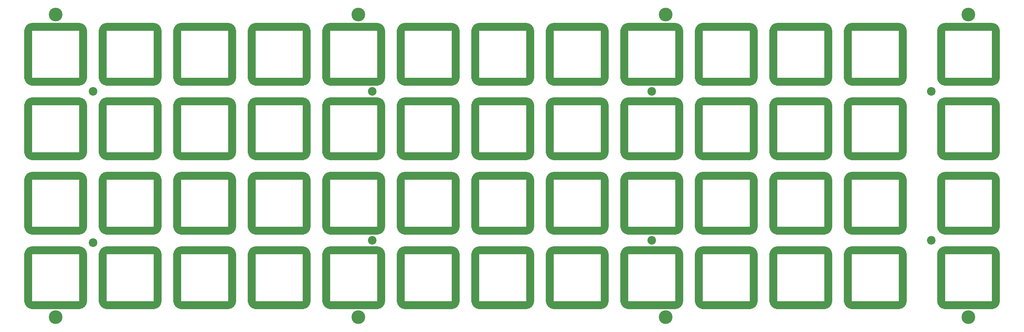
<source format=gbr>
G04 #@! TF.GenerationSoftware,KiCad,Pcbnew,(5.1.10-1-10_14)*
G04 #@! TF.CreationDate,2021-09-03T12:48:33-05:00*
G04 #@! TF.ProjectId,ori_top_plate,6f72695f-746f-4705-9f70-6c6174652e6b,rev?*
G04 #@! TF.SameCoordinates,Original*
G04 #@! TF.FileFunction,Soldermask,Top*
G04 #@! TF.FilePolarity,Negative*
%FSLAX46Y46*%
G04 Gerber Fmt 4.6, Leading zero omitted, Abs format (unit mm)*
G04 Created by KiCad (PCBNEW (5.1.10-1-10_14)) date 2021-09-03 12:48:33*
%MOMM*%
%LPD*%
G01*
G04 APERTURE LIST*
%ADD10C,2.000000*%
%ADD11C,2.200000*%
%ADD12C,3.500000*%
G04 APERTURE END LIST*
D10*
X314373170Y-100156700D02*
G75*
G02*
X315373170Y-101156700I0J-1000000D01*
G01*
X315373170Y-113156700D02*
G75*
G02*
X314373170Y-114156700I-1000000J0D01*
G01*
X302373170Y-114156700D02*
G75*
G02*
X301373170Y-113156700I0J1000000D01*
G01*
X301373170Y-101156700D02*
G75*
G02*
X302373170Y-100156700I1000000J0D01*
G01*
X315373170Y-101156700D02*
X315373170Y-113156700D01*
X302373170Y-114156700D02*
X314373170Y-114156700D01*
X301373170Y-113156700D02*
X301373170Y-101156700D01*
X314373170Y-100156700D02*
X302373170Y-100156700D01*
X161972530Y-43006460D02*
G75*
G02*
X162972530Y-44006460I0J-1000000D01*
G01*
X162972530Y-56006460D02*
G75*
G02*
X161972530Y-57006460I-1000000J0D01*
G01*
X149972530Y-57006460D02*
G75*
G02*
X148972530Y-56006460I0J1000000D01*
G01*
X148972530Y-44006460D02*
G75*
G02*
X149972530Y-43006460I1000000J0D01*
G01*
X162972530Y-44006460D02*
X162972530Y-56006460D01*
X149972530Y-57006460D02*
X161972530Y-57006460D01*
X148972530Y-56006460D02*
X148972530Y-44006460D01*
X161972530Y-43006460D02*
X149972530Y-43006460D01*
X395336010Y-100156700D02*
G75*
G02*
X396336010Y-101156700I0J-1000000D01*
G01*
X396336010Y-113156700D02*
G75*
G02*
X395336010Y-114156700I-1000000J0D01*
G01*
X383336010Y-114156700D02*
G75*
G02*
X382336010Y-113156700I0J1000000D01*
G01*
X382336010Y-101156700D02*
G75*
G02*
X383336010Y-100156700I1000000J0D01*
G01*
X396336010Y-101156700D02*
X396336010Y-113156700D01*
X383336010Y-114156700D02*
X395336010Y-114156700D01*
X382336010Y-113156700D02*
X382336010Y-101156700D01*
X395336010Y-100156700D02*
X383336010Y-100156700D01*
X395335890Y-81106428D02*
G75*
G02*
X396335890Y-82106428I0J-1000000D01*
G01*
X396335890Y-94106428D02*
G75*
G02*
X395335890Y-95106428I-1000000J0D01*
G01*
X383335890Y-95106428D02*
G75*
G02*
X382335890Y-94106428I0J1000000D01*
G01*
X382335890Y-82106428D02*
G75*
G02*
X383335890Y-81106428I1000000J0D01*
G01*
X396335890Y-82106428D02*
X396335890Y-94106428D01*
X383335890Y-95106428D02*
X395335890Y-95106428D01*
X382335890Y-94106428D02*
X382335890Y-82106428D01*
X395335890Y-81106428D02*
X383335890Y-81106428D01*
X395335890Y-62056444D02*
G75*
G02*
X396335890Y-63056444I0J-1000000D01*
G01*
X396335890Y-75056444D02*
G75*
G02*
X395335890Y-76056444I-1000000J0D01*
G01*
X383335890Y-76056444D02*
G75*
G02*
X382335890Y-75056444I0J1000000D01*
G01*
X382335890Y-63056444D02*
G75*
G02*
X383335890Y-62056444I1000000J0D01*
G01*
X396335890Y-63056444D02*
X396335890Y-75056444D01*
X383335890Y-76056444D02*
X395335890Y-76056444D01*
X382335890Y-75056444D02*
X382335890Y-63056444D01*
X395335890Y-62056444D02*
X383335890Y-62056444D01*
X395336010Y-43006460D02*
G75*
G02*
X396336010Y-44006460I0J-1000000D01*
G01*
X396336010Y-56006460D02*
G75*
G02*
X395336010Y-57006460I-1000000J0D01*
G01*
X383336010Y-57006460D02*
G75*
G02*
X382336010Y-56006460I0J1000000D01*
G01*
X382336010Y-44006460D02*
G75*
G02*
X383336010Y-43006460I1000000J0D01*
G01*
X396336010Y-44006460D02*
X396336010Y-56006460D01*
X383336010Y-57006460D02*
X395336010Y-57006460D01*
X382336010Y-56006460D02*
X382336010Y-44006460D01*
X395336010Y-43006460D02*
X383336010Y-43006460D01*
X371523410Y-100156700D02*
G75*
G02*
X372523410Y-101156700I0J-1000000D01*
G01*
X372523410Y-113156700D02*
G75*
G02*
X371523410Y-114156700I-1000000J0D01*
G01*
X359523410Y-114156700D02*
G75*
G02*
X358523410Y-113156700I0J1000000D01*
G01*
X358523410Y-101156700D02*
G75*
G02*
X359523410Y-100156700I1000000J0D01*
G01*
X372523410Y-101156700D02*
X372523410Y-113156700D01*
X359523410Y-114156700D02*
X371523410Y-114156700D01*
X358523410Y-113156700D02*
X358523410Y-101156700D01*
X371523410Y-100156700D02*
X359523410Y-100156700D01*
X352473330Y-100160000D02*
G75*
G02*
X353473330Y-101160000I0J-1000000D01*
G01*
X353473330Y-113160000D02*
G75*
G02*
X352473330Y-114160000I-1000000J0D01*
G01*
X340473330Y-114160000D02*
G75*
G02*
X339473330Y-113160000I0J1000000D01*
G01*
X339473330Y-101160000D02*
G75*
G02*
X340473330Y-100160000I1000000J0D01*
G01*
X353473330Y-101160000D02*
X353473330Y-113160000D01*
X340473330Y-114160000D02*
X352473330Y-114160000D01*
X339473330Y-113160000D02*
X339473330Y-101160000D01*
X352473330Y-100160000D02*
X340473330Y-100160000D01*
X333423250Y-100156700D02*
G75*
G02*
X334423250Y-101156700I0J-1000000D01*
G01*
X334423250Y-113156700D02*
G75*
G02*
X333423250Y-114156700I-1000000J0D01*
G01*
X321423250Y-114156700D02*
G75*
G02*
X320423250Y-113156700I0J1000000D01*
G01*
X320423250Y-101156700D02*
G75*
G02*
X321423250Y-100156700I1000000J0D01*
G01*
X334423250Y-101156700D02*
X334423250Y-113156700D01*
X321423250Y-114156700D02*
X333423250Y-114156700D01*
X320423250Y-113156700D02*
X320423250Y-101156700D01*
X333423250Y-100156700D02*
X321423250Y-100156700D01*
X295323090Y-100156700D02*
G75*
G02*
X296323090Y-101156700I0J-1000000D01*
G01*
X296323090Y-113156700D02*
G75*
G02*
X295323090Y-114156700I-1000000J0D01*
G01*
X283323090Y-114156700D02*
G75*
G02*
X282323090Y-113156700I0J1000000D01*
G01*
X282323090Y-101156700D02*
G75*
G02*
X283323090Y-100156700I1000000J0D01*
G01*
X296323090Y-101156700D02*
X296323090Y-113156700D01*
X283323090Y-114156700D02*
X295323090Y-114156700D01*
X282323090Y-113156700D02*
X282323090Y-101156700D01*
X295323090Y-100156700D02*
X283323090Y-100156700D01*
X276273010Y-100156700D02*
G75*
G02*
X277273010Y-101156700I0J-1000000D01*
G01*
X277273010Y-113156700D02*
G75*
G02*
X276273010Y-114156700I-1000000J0D01*
G01*
X264273010Y-114156700D02*
G75*
G02*
X263273010Y-113156700I0J1000000D01*
G01*
X263273010Y-101156700D02*
G75*
G02*
X264273010Y-100156700I1000000J0D01*
G01*
X277273010Y-101156700D02*
X277273010Y-113156700D01*
X264273010Y-114156700D02*
X276273010Y-114156700D01*
X263273010Y-113156700D02*
X263273010Y-101156700D01*
X276273010Y-100156700D02*
X264273010Y-100156700D01*
X257222930Y-100156700D02*
G75*
G02*
X258222930Y-101156700I0J-1000000D01*
G01*
X258222930Y-113156700D02*
G75*
G02*
X257222930Y-114156700I-1000000J0D01*
G01*
X245222930Y-114156700D02*
G75*
G02*
X244222930Y-113156700I0J1000000D01*
G01*
X244222930Y-101156700D02*
G75*
G02*
X245222930Y-100156700I1000000J0D01*
G01*
X258222930Y-101156700D02*
X258222930Y-113156700D01*
X245222930Y-114156700D02*
X257222930Y-114156700D01*
X244222930Y-113156700D02*
X244222930Y-101156700D01*
X257222930Y-100156700D02*
X245222930Y-100156700D01*
X238172850Y-100156700D02*
G75*
G02*
X239172850Y-101156700I0J-1000000D01*
G01*
X239172850Y-113156700D02*
G75*
G02*
X238172850Y-114156700I-1000000J0D01*
G01*
X226172850Y-114156700D02*
G75*
G02*
X225172850Y-113156700I0J1000000D01*
G01*
X225172850Y-101156700D02*
G75*
G02*
X226172850Y-100156700I1000000J0D01*
G01*
X239172850Y-101156700D02*
X239172850Y-113156700D01*
X226172850Y-114156700D02*
X238172850Y-114156700D01*
X225172850Y-113156700D02*
X225172850Y-101156700D01*
X238172850Y-100156700D02*
X226172850Y-100156700D01*
X219122770Y-100156700D02*
G75*
G02*
X220122770Y-101156700I0J-1000000D01*
G01*
X220122770Y-113156700D02*
G75*
G02*
X219122770Y-114156700I-1000000J0D01*
G01*
X207122770Y-114156700D02*
G75*
G02*
X206122770Y-113156700I0J1000000D01*
G01*
X206122770Y-101156700D02*
G75*
G02*
X207122770Y-100156700I1000000J0D01*
G01*
X220122770Y-101156700D02*
X220122770Y-113156700D01*
X207122770Y-114156700D02*
X219122770Y-114156700D01*
X206122770Y-113156700D02*
X206122770Y-101156700D01*
X219122770Y-100156700D02*
X207122770Y-100156700D01*
X200072690Y-100156700D02*
G75*
G02*
X201072690Y-101156700I0J-1000000D01*
G01*
X201072690Y-113156700D02*
G75*
G02*
X200072690Y-114156700I-1000000J0D01*
G01*
X188072690Y-114156700D02*
G75*
G02*
X187072690Y-113156700I0J1000000D01*
G01*
X187072690Y-101156700D02*
G75*
G02*
X188072690Y-100156700I1000000J0D01*
G01*
X201072690Y-101156700D02*
X201072690Y-113156700D01*
X188072690Y-114156700D02*
X200072690Y-114156700D01*
X187072690Y-113156700D02*
X187072690Y-101156700D01*
X200072690Y-100156700D02*
X188072690Y-100156700D01*
X181022610Y-100156700D02*
G75*
G02*
X182022610Y-101156700I0J-1000000D01*
G01*
X182022610Y-113156700D02*
G75*
G02*
X181022610Y-114156700I-1000000J0D01*
G01*
X169022610Y-114156700D02*
G75*
G02*
X168022610Y-113156700I0J1000000D01*
G01*
X168022610Y-101156700D02*
G75*
G02*
X169022610Y-100156700I1000000J0D01*
G01*
X182022610Y-101156700D02*
X182022610Y-113156700D01*
X169022610Y-114156700D02*
X181022610Y-114156700D01*
X168022610Y-113156700D02*
X168022610Y-101156700D01*
X181022610Y-100156700D02*
X169022610Y-100156700D01*
X161972530Y-100156700D02*
G75*
G02*
X162972530Y-101156700I0J-1000000D01*
G01*
X162972530Y-113156700D02*
G75*
G02*
X161972530Y-114156700I-1000000J0D01*
G01*
X149972530Y-114156700D02*
G75*
G02*
X148972530Y-113156700I0J1000000D01*
G01*
X148972530Y-101156700D02*
G75*
G02*
X149972530Y-100156700I1000000J0D01*
G01*
X162972530Y-101156700D02*
X162972530Y-113156700D01*
X149972530Y-114156700D02*
X161972530Y-114156700D01*
X148972530Y-113156700D02*
X148972530Y-101156700D01*
X161972530Y-100156700D02*
X149972530Y-100156700D01*
X371523410Y-81106620D02*
G75*
G02*
X372523410Y-82106620I0J-1000000D01*
G01*
X372523410Y-94106620D02*
G75*
G02*
X371523410Y-95106620I-1000000J0D01*
G01*
X359523410Y-95106620D02*
G75*
G02*
X358523410Y-94106620I0J1000000D01*
G01*
X358523410Y-82106620D02*
G75*
G02*
X359523410Y-81106620I1000000J0D01*
G01*
X372523410Y-82106620D02*
X372523410Y-94106620D01*
X359523410Y-95106620D02*
X371523410Y-95106620D01*
X358523410Y-94106620D02*
X358523410Y-82106620D01*
X371523410Y-81106620D02*
X359523410Y-81106620D01*
X352473330Y-81106620D02*
G75*
G02*
X353473330Y-82106620I0J-1000000D01*
G01*
X353473330Y-94106620D02*
G75*
G02*
X352473330Y-95106620I-1000000J0D01*
G01*
X340473330Y-95106620D02*
G75*
G02*
X339473330Y-94106620I0J1000000D01*
G01*
X339473330Y-82106620D02*
G75*
G02*
X340473330Y-81106620I1000000J0D01*
G01*
X353473330Y-82106620D02*
X353473330Y-94106620D01*
X340473330Y-95106620D02*
X352473330Y-95106620D01*
X339473330Y-94106620D02*
X339473330Y-82106620D01*
X352473330Y-81106620D02*
X340473330Y-81106620D01*
X333423250Y-81106620D02*
G75*
G02*
X334423250Y-82106620I0J-1000000D01*
G01*
X334423250Y-94106620D02*
G75*
G02*
X333423250Y-95106620I-1000000J0D01*
G01*
X321423250Y-95106620D02*
G75*
G02*
X320423250Y-94106620I0J1000000D01*
G01*
X320423250Y-82106620D02*
G75*
G02*
X321423250Y-81106620I1000000J0D01*
G01*
X334423250Y-82106620D02*
X334423250Y-94106620D01*
X321423250Y-95106620D02*
X333423250Y-95106620D01*
X320423250Y-94106620D02*
X320423250Y-82106620D01*
X333423250Y-81106620D02*
X321423250Y-81106620D01*
X314373170Y-81106620D02*
G75*
G02*
X315373170Y-82106620I0J-1000000D01*
G01*
X315373170Y-94106620D02*
G75*
G02*
X314373170Y-95106620I-1000000J0D01*
G01*
X302373170Y-95106620D02*
G75*
G02*
X301373170Y-94106620I0J1000000D01*
G01*
X301373170Y-82106620D02*
G75*
G02*
X302373170Y-81106620I1000000J0D01*
G01*
X315373170Y-82106620D02*
X315373170Y-94106620D01*
X302373170Y-95106620D02*
X314373170Y-95106620D01*
X301373170Y-94106620D02*
X301373170Y-82106620D01*
X314373170Y-81106620D02*
X302373170Y-81106620D01*
X295323090Y-81106620D02*
G75*
G02*
X296323090Y-82106620I0J-1000000D01*
G01*
X296323090Y-94106620D02*
G75*
G02*
X295323090Y-95106620I-1000000J0D01*
G01*
X283323090Y-95106620D02*
G75*
G02*
X282323090Y-94106620I0J1000000D01*
G01*
X282323090Y-82106620D02*
G75*
G02*
X283323090Y-81106620I1000000J0D01*
G01*
X296323090Y-82106620D02*
X296323090Y-94106620D01*
X283323090Y-95106620D02*
X295323090Y-95106620D01*
X282323090Y-94106620D02*
X282323090Y-82106620D01*
X295323090Y-81106620D02*
X283323090Y-81106620D01*
X276273010Y-81106620D02*
G75*
G02*
X277273010Y-82106620I0J-1000000D01*
G01*
X277273010Y-94106620D02*
G75*
G02*
X276273010Y-95106620I-1000000J0D01*
G01*
X264273010Y-95106620D02*
G75*
G02*
X263273010Y-94106620I0J1000000D01*
G01*
X263273010Y-82106620D02*
G75*
G02*
X264273010Y-81106620I1000000J0D01*
G01*
X277273010Y-82106620D02*
X277273010Y-94106620D01*
X264273010Y-95106620D02*
X276273010Y-95106620D01*
X263273010Y-94106620D02*
X263273010Y-82106620D01*
X276273010Y-81106620D02*
X264273010Y-81106620D01*
X257222930Y-81106620D02*
G75*
G02*
X258222930Y-82106620I0J-1000000D01*
G01*
X258222930Y-94106620D02*
G75*
G02*
X257222930Y-95106620I-1000000J0D01*
G01*
X245222930Y-95106620D02*
G75*
G02*
X244222930Y-94106620I0J1000000D01*
G01*
X244222930Y-82106620D02*
G75*
G02*
X245222930Y-81106620I1000000J0D01*
G01*
X258222930Y-82106620D02*
X258222930Y-94106620D01*
X245222930Y-95106620D02*
X257222930Y-95106620D01*
X244222930Y-94106620D02*
X244222930Y-82106620D01*
X257222930Y-81106620D02*
X245222930Y-81106620D01*
X238172850Y-81106620D02*
G75*
G02*
X239172850Y-82106620I0J-1000000D01*
G01*
X239172850Y-94106620D02*
G75*
G02*
X238172850Y-95106620I-1000000J0D01*
G01*
X226172850Y-95106620D02*
G75*
G02*
X225172850Y-94106620I0J1000000D01*
G01*
X225172850Y-82106620D02*
G75*
G02*
X226172850Y-81106620I1000000J0D01*
G01*
X239172850Y-82106620D02*
X239172850Y-94106620D01*
X226172850Y-95106620D02*
X238172850Y-95106620D01*
X225172850Y-94106620D02*
X225172850Y-82106620D01*
X238172850Y-81106620D02*
X226172850Y-81106620D01*
X219122770Y-81106620D02*
G75*
G02*
X220122770Y-82106620I0J-1000000D01*
G01*
X220122770Y-94106620D02*
G75*
G02*
X219122770Y-95106620I-1000000J0D01*
G01*
X207122770Y-95106620D02*
G75*
G02*
X206122770Y-94106620I0J1000000D01*
G01*
X206122770Y-82106620D02*
G75*
G02*
X207122770Y-81106620I1000000J0D01*
G01*
X220122770Y-82106620D02*
X220122770Y-94106620D01*
X207122770Y-95106620D02*
X219122770Y-95106620D01*
X206122770Y-94106620D02*
X206122770Y-82106620D01*
X219122770Y-81106620D02*
X207122770Y-81106620D01*
X200072690Y-81106620D02*
G75*
G02*
X201072690Y-82106620I0J-1000000D01*
G01*
X201072690Y-94106620D02*
G75*
G02*
X200072690Y-95106620I-1000000J0D01*
G01*
X188072690Y-95106620D02*
G75*
G02*
X187072690Y-94106620I0J1000000D01*
G01*
X187072690Y-82106620D02*
G75*
G02*
X188072690Y-81106620I1000000J0D01*
G01*
X201072690Y-82106620D02*
X201072690Y-94106620D01*
X188072690Y-95106620D02*
X200072690Y-95106620D01*
X187072690Y-94106620D02*
X187072690Y-82106620D01*
X200072690Y-81106620D02*
X188072690Y-81106620D01*
X181022610Y-81106620D02*
G75*
G02*
X182022610Y-82106620I0J-1000000D01*
G01*
X182022610Y-94106620D02*
G75*
G02*
X181022610Y-95106620I-1000000J0D01*
G01*
X169022610Y-95106620D02*
G75*
G02*
X168022610Y-94106620I0J1000000D01*
G01*
X168022610Y-82106620D02*
G75*
G02*
X169022610Y-81106620I1000000J0D01*
G01*
X182022610Y-82106620D02*
X182022610Y-94106620D01*
X169022610Y-95106620D02*
X181022610Y-95106620D01*
X168022610Y-94106620D02*
X168022610Y-82106620D01*
X181022610Y-81106620D02*
X169022610Y-81106620D01*
X161972530Y-81106620D02*
G75*
G02*
X162972530Y-82106620I0J-1000000D01*
G01*
X162972530Y-94106620D02*
G75*
G02*
X161972530Y-95106620I-1000000J0D01*
G01*
X149972530Y-95106620D02*
G75*
G02*
X148972530Y-94106620I0J1000000D01*
G01*
X148972530Y-82106620D02*
G75*
G02*
X149972530Y-81106620I1000000J0D01*
G01*
X162972530Y-82106620D02*
X162972530Y-94106620D01*
X149972530Y-95106620D02*
X161972530Y-95106620D01*
X148972530Y-94106620D02*
X148972530Y-82106620D01*
X161972530Y-81106620D02*
X149972530Y-81106620D01*
X371523410Y-62056540D02*
G75*
G02*
X372523410Y-63056540I0J-1000000D01*
G01*
X372523410Y-75056540D02*
G75*
G02*
X371523410Y-76056540I-1000000J0D01*
G01*
X359523410Y-76056540D02*
G75*
G02*
X358523410Y-75056540I0J1000000D01*
G01*
X358523410Y-63056540D02*
G75*
G02*
X359523410Y-62056540I1000000J0D01*
G01*
X372523410Y-63056540D02*
X372523410Y-75056540D01*
X359523410Y-76056540D02*
X371523410Y-76056540D01*
X358523410Y-75056540D02*
X358523410Y-63056540D01*
X371523410Y-62056540D02*
X359523410Y-62056540D01*
X352473330Y-62056540D02*
G75*
G02*
X353473330Y-63056540I0J-1000000D01*
G01*
X353473330Y-75056540D02*
G75*
G02*
X352473330Y-76056540I-1000000J0D01*
G01*
X340473330Y-76056540D02*
G75*
G02*
X339473330Y-75056540I0J1000000D01*
G01*
X339473330Y-63056540D02*
G75*
G02*
X340473330Y-62056540I1000000J0D01*
G01*
X353473330Y-63056540D02*
X353473330Y-75056540D01*
X340473330Y-76056540D02*
X352473330Y-76056540D01*
X339473330Y-75056540D02*
X339473330Y-63056540D01*
X352473330Y-62056540D02*
X340473330Y-62056540D01*
X333423250Y-62056540D02*
G75*
G02*
X334423250Y-63056540I0J-1000000D01*
G01*
X334423250Y-75056540D02*
G75*
G02*
X333423250Y-76056540I-1000000J0D01*
G01*
X321423250Y-76056540D02*
G75*
G02*
X320423250Y-75056540I0J1000000D01*
G01*
X320423250Y-63056540D02*
G75*
G02*
X321423250Y-62056540I1000000J0D01*
G01*
X334423250Y-63056540D02*
X334423250Y-75056540D01*
X321423250Y-76056540D02*
X333423250Y-76056540D01*
X320423250Y-75056540D02*
X320423250Y-63056540D01*
X333423250Y-62056540D02*
X321423250Y-62056540D01*
X314373170Y-62056540D02*
G75*
G02*
X315373170Y-63056540I0J-1000000D01*
G01*
X315373170Y-75056540D02*
G75*
G02*
X314373170Y-76056540I-1000000J0D01*
G01*
X302373170Y-76056540D02*
G75*
G02*
X301373170Y-75056540I0J1000000D01*
G01*
X301373170Y-63056540D02*
G75*
G02*
X302373170Y-62056540I1000000J0D01*
G01*
X315373170Y-63056540D02*
X315373170Y-75056540D01*
X302373170Y-76056540D02*
X314373170Y-76056540D01*
X301373170Y-75056540D02*
X301373170Y-63056540D01*
X314373170Y-62056540D02*
X302373170Y-62056540D01*
X295323090Y-62056540D02*
G75*
G02*
X296323090Y-63056540I0J-1000000D01*
G01*
X296323090Y-75056540D02*
G75*
G02*
X295323090Y-76056540I-1000000J0D01*
G01*
X283323090Y-76056540D02*
G75*
G02*
X282323090Y-75056540I0J1000000D01*
G01*
X282323090Y-63056540D02*
G75*
G02*
X283323090Y-62056540I1000000J0D01*
G01*
X296323090Y-63056540D02*
X296323090Y-75056540D01*
X283323090Y-76056540D02*
X295323090Y-76056540D01*
X282323090Y-75056540D02*
X282323090Y-63056540D01*
X295323090Y-62056540D02*
X283323090Y-62056540D01*
X276273010Y-62056540D02*
G75*
G02*
X277273010Y-63056540I0J-1000000D01*
G01*
X277273010Y-75056540D02*
G75*
G02*
X276273010Y-76056540I-1000000J0D01*
G01*
X264273010Y-76056540D02*
G75*
G02*
X263273010Y-75056540I0J1000000D01*
G01*
X263273010Y-63056540D02*
G75*
G02*
X264273010Y-62056540I1000000J0D01*
G01*
X277273010Y-63056540D02*
X277273010Y-75056540D01*
X264273010Y-76056540D02*
X276273010Y-76056540D01*
X263273010Y-75056540D02*
X263273010Y-63056540D01*
X276273010Y-62056540D02*
X264273010Y-62056540D01*
X257222930Y-62056540D02*
G75*
G02*
X258222930Y-63056540I0J-1000000D01*
G01*
X258222930Y-75056540D02*
G75*
G02*
X257222930Y-76056540I-1000000J0D01*
G01*
X245222930Y-76056540D02*
G75*
G02*
X244222930Y-75056540I0J1000000D01*
G01*
X244222930Y-63056540D02*
G75*
G02*
X245222930Y-62056540I1000000J0D01*
G01*
X258222930Y-63056540D02*
X258222930Y-75056540D01*
X245222930Y-76056540D02*
X257222930Y-76056540D01*
X244222930Y-75056540D02*
X244222930Y-63056540D01*
X257222930Y-62056540D02*
X245222930Y-62056540D01*
X238172850Y-62056540D02*
G75*
G02*
X239172850Y-63056540I0J-1000000D01*
G01*
X239172850Y-75056540D02*
G75*
G02*
X238172850Y-76056540I-1000000J0D01*
G01*
X226172850Y-76056540D02*
G75*
G02*
X225172850Y-75056540I0J1000000D01*
G01*
X225172850Y-63056540D02*
G75*
G02*
X226172850Y-62056540I1000000J0D01*
G01*
X239172850Y-63056540D02*
X239172850Y-75056540D01*
X226172850Y-76056540D02*
X238172850Y-76056540D01*
X225172850Y-75056540D02*
X225172850Y-63056540D01*
X238172850Y-62056540D02*
X226172850Y-62056540D01*
X219122770Y-62056540D02*
G75*
G02*
X220122770Y-63056540I0J-1000000D01*
G01*
X220122770Y-75056540D02*
G75*
G02*
X219122770Y-76056540I-1000000J0D01*
G01*
X207122770Y-76056540D02*
G75*
G02*
X206122770Y-75056540I0J1000000D01*
G01*
X206122770Y-63056540D02*
G75*
G02*
X207122770Y-62056540I1000000J0D01*
G01*
X220122770Y-63056540D02*
X220122770Y-75056540D01*
X207122770Y-76056540D02*
X219122770Y-76056540D01*
X206122770Y-75056540D02*
X206122770Y-63056540D01*
X219122770Y-62056540D02*
X207122770Y-62056540D01*
X200072690Y-62056540D02*
G75*
G02*
X201072690Y-63056540I0J-1000000D01*
G01*
X201072690Y-75056540D02*
G75*
G02*
X200072690Y-76056540I-1000000J0D01*
G01*
X188072690Y-76056540D02*
G75*
G02*
X187072690Y-75056540I0J1000000D01*
G01*
X187072690Y-63056540D02*
G75*
G02*
X188072690Y-62056540I1000000J0D01*
G01*
X201072690Y-63056540D02*
X201072690Y-75056540D01*
X188072690Y-76056540D02*
X200072690Y-76056540D01*
X187072690Y-75056540D02*
X187072690Y-63056540D01*
X200072690Y-62056540D02*
X188072690Y-62056540D01*
X181022610Y-62056540D02*
G75*
G02*
X182022610Y-63056540I0J-1000000D01*
G01*
X182022610Y-75056540D02*
G75*
G02*
X181022610Y-76056540I-1000000J0D01*
G01*
X169022610Y-76056540D02*
G75*
G02*
X168022610Y-75056540I0J1000000D01*
G01*
X168022610Y-63056540D02*
G75*
G02*
X169022610Y-62056540I1000000J0D01*
G01*
X182022610Y-63056540D02*
X182022610Y-75056540D01*
X169022610Y-76056540D02*
X181022610Y-76056540D01*
X168022610Y-75056540D02*
X168022610Y-63056540D01*
X181022610Y-62056540D02*
X169022610Y-62056540D01*
X161972530Y-62056540D02*
G75*
G02*
X162972530Y-63056540I0J-1000000D01*
G01*
X162972530Y-75056540D02*
G75*
G02*
X161972530Y-76056540I-1000000J0D01*
G01*
X149972530Y-76056540D02*
G75*
G02*
X148972530Y-75056540I0J1000000D01*
G01*
X148972530Y-63056540D02*
G75*
G02*
X149972530Y-62056540I1000000J0D01*
G01*
X162972530Y-63056540D02*
X162972530Y-75056540D01*
X149972530Y-76056540D02*
X161972530Y-76056540D01*
X148972530Y-75056540D02*
X148972530Y-63056540D01*
X161972530Y-62056540D02*
X149972530Y-62056540D01*
X371523410Y-43006460D02*
G75*
G02*
X372523410Y-44006460I0J-1000000D01*
G01*
X372523410Y-56006460D02*
G75*
G02*
X371523410Y-57006460I-1000000J0D01*
G01*
X359523410Y-57006460D02*
G75*
G02*
X358523410Y-56006460I0J1000000D01*
G01*
X358523410Y-44006460D02*
G75*
G02*
X359523410Y-43006460I1000000J0D01*
G01*
X372523410Y-44006460D02*
X372523410Y-56006460D01*
X359523410Y-57006460D02*
X371523410Y-57006460D01*
X358523410Y-56006460D02*
X358523410Y-44006460D01*
X371523410Y-43006460D02*
X359523410Y-43006460D01*
X352473330Y-43006460D02*
G75*
G02*
X353473330Y-44006460I0J-1000000D01*
G01*
X353473330Y-56006460D02*
G75*
G02*
X352473330Y-57006460I-1000000J0D01*
G01*
X340473330Y-57006460D02*
G75*
G02*
X339473330Y-56006460I0J1000000D01*
G01*
X339473330Y-44006460D02*
G75*
G02*
X340473330Y-43006460I1000000J0D01*
G01*
X353473330Y-44006460D02*
X353473330Y-56006460D01*
X340473330Y-57006460D02*
X352473330Y-57006460D01*
X339473330Y-56006460D02*
X339473330Y-44006460D01*
X352473330Y-43006460D02*
X340473330Y-43006460D01*
X333423250Y-43006460D02*
G75*
G02*
X334423250Y-44006460I0J-1000000D01*
G01*
X334423250Y-56006460D02*
G75*
G02*
X333423250Y-57006460I-1000000J0D01*
G01*
X321423250Y-57006460D02*
G75*
G02*
X320423250Y-56006460I0J1000000D01*
G01*
X320423250Y-44006460D02*
G75*
G02*
X321423250Y-43006460I1000000J0D01*
G01*
X334423250Y-44006460D02*
X334423250Y-56006460D01*
X321423250Y-57006460D02*
X333423250Y-57006460D01*
X320423250Y-56006460D02*
X320423250Y-44006460D01*
X333423250Y-43006460D02*
X321423250Y-43006460D01*
X314373170Y-43006460D02*
G75*
G02*
X315373170Y-44006460I0J-1000000D01*
G01*
X315373170Y-56006460D02*
G75*
G02*
X314373170Y-57006460I-1000000J0D01*
G01*
X302373170Y-57006460D02*
G75*
G02*
X301373170Y-56006460I0J1000000D01*
G01*
X301373170Y-44006460D02*
G75*
G02*
X302373170Y-43006460I1000000J0D01*
G01*
X315373170Y-44006460D02*
X315373170Y-56006460D01*
X302373170Y-57006460D02*
X314373170Y-57006460D01*
X301373170Y-56006460D02*
X301373170Y-44006460D01*
X314373170Y-43006460D02*
X302373170Y-43006460D01*
X295323090Y-43006460D02*
G75*
G02*
X296323090Y-44006460I0J-1000000D01*
G01*
X296323090Y-56006460D02*
G75*
G02*
X295323090Y-57006460I-1000000J0D01*
G01*
X283323090Y-57006460D02*
G75*
G02*
X282323090Y-56006460I0J1000000D01*
G01*
X282323090Y-44006460D02*
G75*
G02*
X283323090Y-43006460I1000000J0D01*
G01*
X296323090Y-44006460D02*
X296323090Y-56006460D01*
X283323090Y-57006460D02*
X295323090Y-57006460D01*
X282323090Y-56006460D02*
X282323090Y-44006460D01*
X295323090Y-43006460D02*
X283323090Y-43006460D01*
X276273010Y-43006460D02*
G75*
G02*
X277273010Y-44006460I0J-1000000D01*
G01*
X277273010Y-56006460D02*
G75*
G02*
X276273010Y-57006460I-1000000J0D01*
G01*
X264273010Y-57006460D02*
G75*
G02*
X263273010Y-56006460I0J1000000D01*
G01*
X263273010Y-44006460D02*
G75*
G02*
X264273010Y-43006460I1000000J0D01*
G01*
X277273010Y-44006460D02*
X277273010Y-56006460D01*
X264273010Y-57006460D02*
X276273010Y-57006460D01*
X263273010Y-56006460D02*
X263273010Y-44006460D01*
X276273010Y-43006460D02*
X264273010Y-43006460D01*
X257222930Y-43006460D02*
G75*
G02*
X258222930Y-44006460I0J-1000000D01*
G01*
X258222930Y-56006460D02*
G75*
G02*
X257222930Y-57006460I-1000000J0D01*
G01*
X245222930Y-57006460D02*
G75*
G02*
X244222930Y-56006460I0J1000000D01*
G01*
X244222930Y-44006460D02*
G75*
G02*
X245222930Y-43006460I1000000J0D01*
G01*
X258222930Y-44006460D02*
X258222930Y-56006460D01*
X245222930Y-57006460D02*
X257222930Y-57006460D01*
X244222930Y-56006460D02*
X244222930Y-44006460D01*
X257222930Y-43006460D02*
X245222930Y-43006460D01*
X238172850Y-43006460D02*
G75*
G02*
X239172850Y-44006460I0J-1000000D01*
G01*
X239172850Y-56006460D02*
G75*
G02*
X238172850Y-57006460I-1000000J0D01*
G01*
X226172850Y-57006460D02*
G75*
G02*
X225172850Y-56006460I0J1000000D01*
G01*
X225172850Y-44006460D02*
G75*
G02*
X226172850Y-43006460I1000000J0D01*
G01*
X239172850Y-44006460D02*
X239172850Y-56006460D01*
X226172850Y-57006460D02*
X238172850Y-57006460D01*
X225172850Y-56006460D02*
X225172850Y-44006460D01*
X238172850Y-43006460D02*
X226172850Y-43006460D01*
X219122770Y-43006460D02*
G75*
G02*
X220122770Y-44006460I0J-1000000D01*
G01*
X220122770Y-56006460D02*
G75*
G02*
X219122770Y-57006460I-1000000J0D01*
G01*
X207122770Y-57006460D02*
G75*
G02*
X206122770Y-56006460I0J1000000D01*
G01*
X206122770Y-44006460D02*
G75*
G02*
X207122770Y-43006460I1000000J0D01*
G01*
X220122770Y-44006460D02*
X220122770Y-56006460D01*
X207122770Y-57006460D02*
X219122770Y-57006460D01*
X206122770Y-56006460D02*
X206122770Y-44006460D01*
X219122770Y-43006460D02*
X207122770Y-43006460D01*
X200072690Y-43006460D02*
G75*
G02*
X201072690Y-44006460I0J-1000000D01*
G01*
X201072690Y-56006460D02*
G75*
G02*
X200072690Y-57006460I-1000000J0D01*
G01*
X188072690Y-57006460D02*
G75*
G02*
X187072690Y-56006460I0J1000000D01*
G01*
X187072690Y-44006460D02*
G75*
G02*
X188072690Y-43006460I1000000J0D01*
G01*
X201072690Y-44006460D02*
X201072690Y-56006460D01*
X188072690Y-57006460D02*
X200072690Y-57006460D01*
X187072690Y-56006460D02*
X187072690Y-44006460D01*
X200072690Y-43006460D02*
X188072690Y-43006460D01*
X181022610Y-43006460D02*
G75*
G02*
X182022610Y-44006460I0J-1000000D01*
G01*
X182022610Y-56006460D02*
G75*
G02*
X181022610Y-57006460I-1000000J0D01*
G01*
X169022610Y-57006460D02*
G75*
G02*
X168022610Y-56006460I0J1000000D01*
G01*
X168022610Y-44006460D02*
G75*
G02*
X169022610Y-43006460I1000000J0D01*
G01*
X182022610Y-44006460D02*
X182022610Y-56006460D01*
X169022610Y-57006460D02*
X181022610Y-57006460D01*
X168022610Y-56006460D02*
X168022610Y-44006460D01*
X181022610Y-43006460D02*
X169022610Y-43006460D01*
D11*
X379810898Y-97631420D03*
X379810898Y-59531452D03*
X308373458Y-97631420D03*
X308373458Y-59531452D03*
X236936018Y-97631420D03*
X236936018Y-59531452D03*
X165498578Y-98226732D03*
X165498578Y-59531452D03*
D12*
X155973586Y-39886156D03*
X155973586Y-117276716D03*
X233364146Y-39886156D03*
X233364146Y-117264265D03*
X311945330Y-39886156D03*
X311945330Y-117276716D03*
X389335890Y-39886156D03*
X389335890Y-117276716D03*
M02*

</source>
